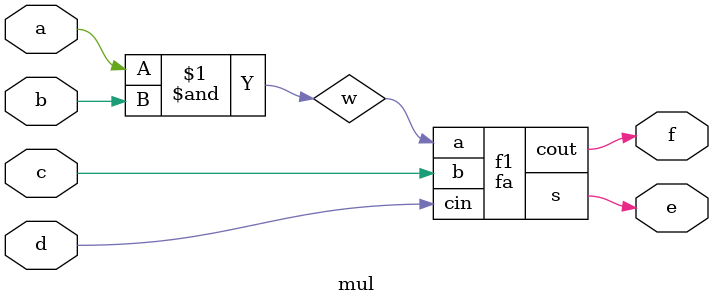
<source format=v>
module fa(output wire s, cout, input wire a, b, cin);
    assign s = a ^ b ^ cin;
    assign cout = (a & b) | (b & cin) | (cin & a);
endmodule

module mul(output wire e,f, input wire a,b,c,d);
	wire w;
	and(w,a,b);
	
	fa f1(e,f,w,c,d);

endmodule

</source>
